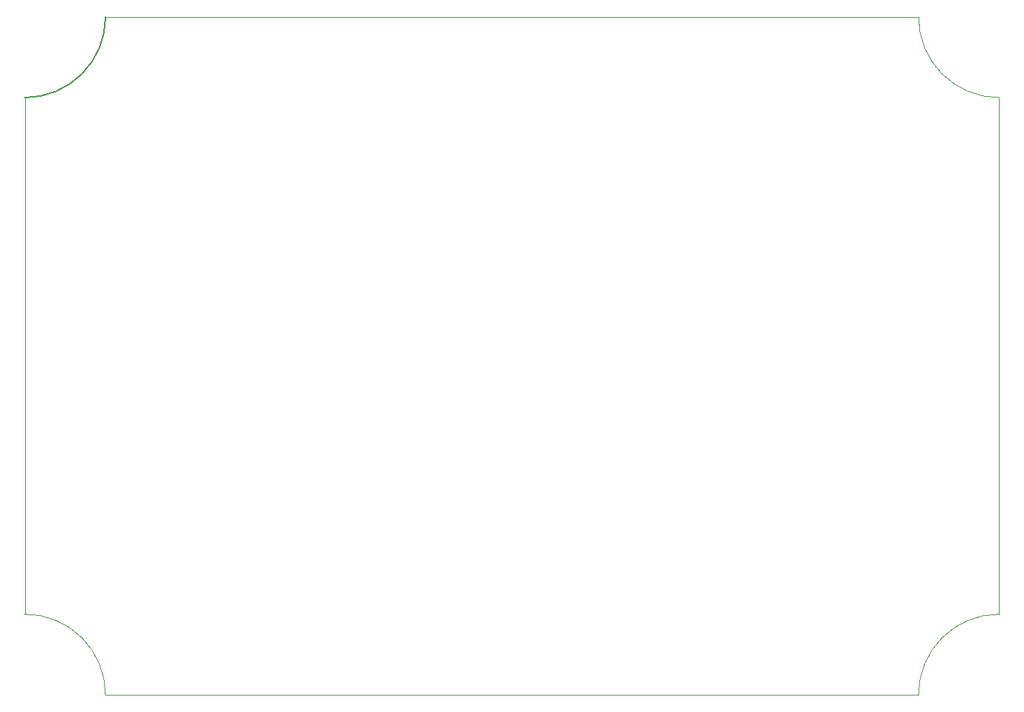
<source format=gbr>
%TF.GenerationSoftware,KiCad,Pcbnew,5.1.9+dfsg1-1*%
%TF.CreationDate,2022-01-11T16:25:16+01:00*%
%TF.ProjectId,wheather_board_v1 ,77686561-7468-4657-925f-626f6172645f,rev?*%
%TF.SameCoordinates,Original*%
%TF.FileFunction,Profile,NP*%
%FSLAX46Y46*%
G04 Gerber Fmt 4.6, Leading zero omitted, Abs format (unit mm)*
G04 Created by KiCad (PCBNEW 5.1.9+dfsg1-1) date 2022-01-11 16:25:16*
%MOMM*%
%LPD*%
G01*
G04 APERTURE LIST*
%TA.AperFunction,Profile*%
%ADD10C,0.150000*%
%TD*%
%TA.AperFunction,Profile*%
%ADD11C,0.100000*%
%TD*%
G04 APERTURE END LIST*
D10*
X93500000Y-55000000D02*
G75*
G02*
X84000000Y-64500000I-9500000J0D01*
G01*
D11*
X199016581Y-64499986D02*
G75*
G02*
X189500000Y-55000000I-16581J9499986D01*
G01*
X83997800Y-125500000D02*
G75*
G02*
X93500000Y-135000000I2200J-9500000D01*
G01*
X189500000Y-135000000D02*
G75*
G02*
X199000000Y-125500000I9500000J0D01*
G01*
X93500000Y-55000000D02*
X189500000Y-55000000D01*
X84000000Y-64500000D02*
X83997800Y-125500000D01*
X93500000Y-135000000D02*
X189500000Y-135000000D01*
X199016581Y-64499986D02*
X199000000Y-125500000D01*
M02*

</source>
